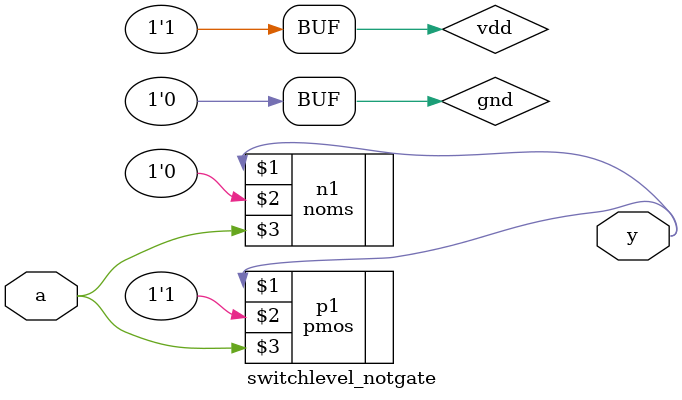
<source format=v>
`timescale 1ns / 1ps


module switchlevel_notgate(
input a,
output y);

supply1 vdd;
supply0 gnd;

pmos p1(y,vdd,a);
noms n1(y,gnd,a);


endmodule

</source>
